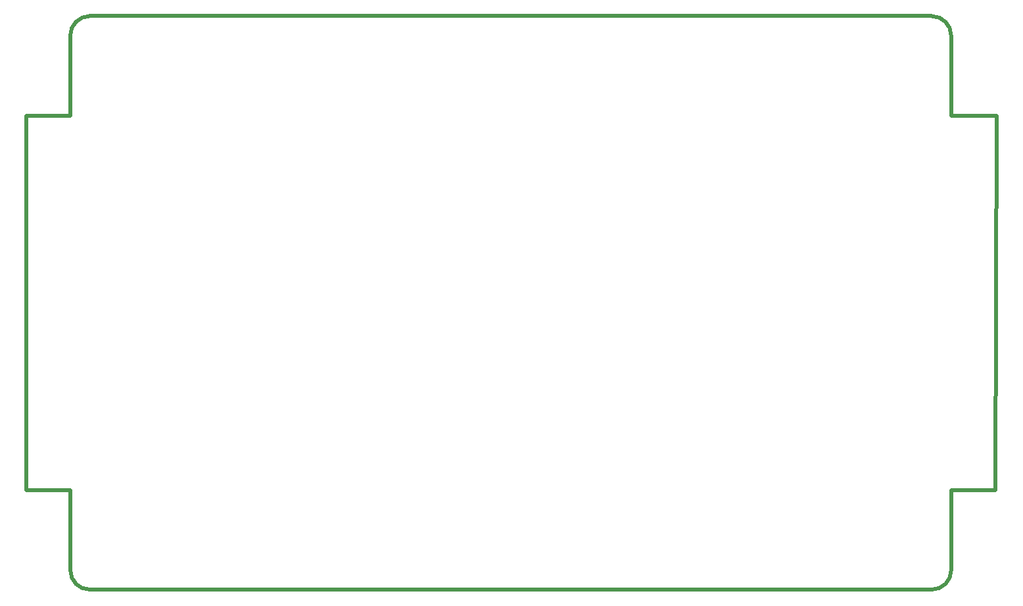
<source format=gm1>
%TF.GenerationSoftware,KiCad,Pcbnew,9.0.1*%
%TF.CreationDate,2025-08-01T20:54:44+02:00*%
%TF.ProjectId,monaco-gp-28,6d6f6e61-636f-42d6-9770-2d32382e6b69,rev?*%
%TF.SameCoordinates,Original*%
%TF.FileFunction,Profile,NP*%
%FSLAX46Y46*%
G04 Gerber Fmt 4.6, Leading zero omitted, Abs format (unit mm)*
G04 Created by KiCad (PCBNEW 9.0.1) date 2025-08-01 20:54:44*
%MOMM*%
%LPD*%
G01*
G04 APERTURE LIST*
%TA.AperFunction,Profile*%
%ADD10C,0.500000*%
%TD*%
G04 APERTURE END LIST*
D10*
X5973000Y-61830000D02*
X303000Y-61830000D01*
X119400000Y-13660000D02*
X125243000Y-13660000D01*
X5970000Y-13690000D02*
X300000Y-13690000D01*
X119403000Y-61860000D02*
X125073000Y-61860000D01*
X303000Y-13690000D02*
X303000Y-61830000D01*
X125243000Y-13660000D02*
X125073000Y-61860000D01*
%TO.C,C1*%
X5970000Y-3360000D02*
X5970000Y-13690000D01*
X8470000Y-860000D02*
X116900000Y-860000D01*
X119400000Y-3360000D02*
X119400000Y-13660000D01*
X5970000Y-3360000D02*
G75*
G02*
X8470000Y-860000I2500000J0D01*
G01*
X116900000Y-860000D02*
G75*
G02*
X119400000Y-3360000I0J-2500000D01*
G01*
%TO.C,F1*%
X5973000Y-72160000D02*
X5973000Y-61830000D01*
X8473000Y-74660000D02*
X116903000Y-74660000D01*
X119403000Y-72160000D02*
X119403000Y-61860000D01*
X8473000Y-74660000D02*
G75*
G02*
X5973000Y-72160000I0J2500000D01*
G01*
X119403000Y-72160000D02*
G75*
G02*
X116903000Y-74660000I-2500000J0D01*
G01*
%TD*%
M02*

</source>
